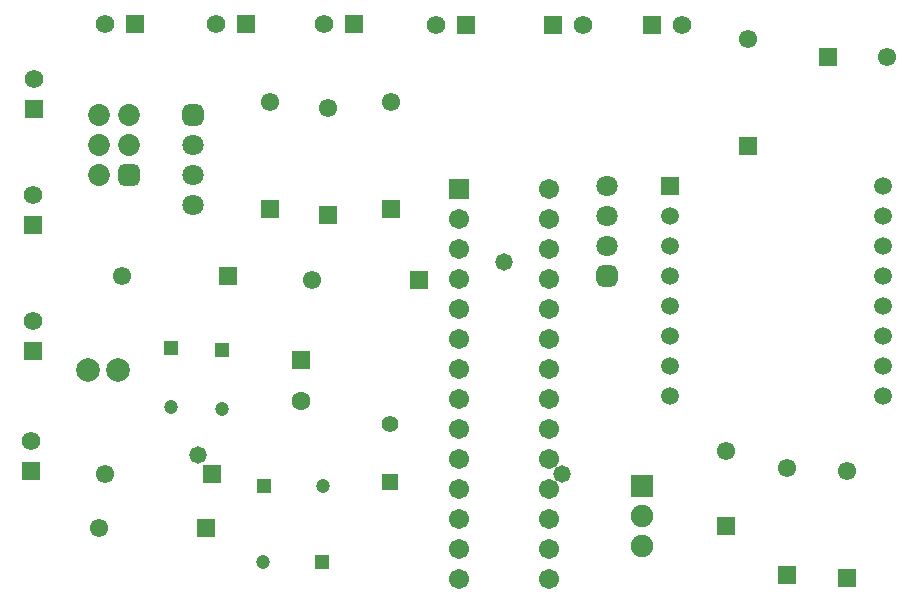
<source format=gbr>
G04*
G04 #@! TF.GenerationSoftware,Altium Limited,Altium Designer,24.10.1 (45)*
G04*
G04 Layer_Color=16711935*
%FSLAX25Y25*%
%MOIN*%
G70*
G04*
G04 #@! TF.SameCoordinates,82B40839-DE60-4B9F-80D9-4B01C0AB2508*
G04*
G04*
G04 #@! TF.FilePolarity,Negative*
G04*
G01*
G75*
%ADD17R,0.06115X0.06115*%
%ADD18C,0.06115*%
%ADD19R,0.05524X0.05524*%
%ADD20C,0.05524*%
%ADD21R,0.06312X0.06312*%
%ADD22C,0.06312*%
%ADD23C,0.04724*%
%ADD24R,0.04724X0.04724*%
%ADD25C,0.07874*%
%ADD26R,0.04724X0.04724*%
%ADD27C,0.07493*%
%ADD28R,0.07493X0.07493*%
%ADD29R,0.06115X0.06115*%
%ADD30C,0.06181*%
%ADD31R,0.06181X0.06181*%
%ADD32C,0.06102*%
%ADD33R,0.06102X0.06102*%
%ADD34R,0.06181X0.06181*%
%ADD35C,0.05950*%
%ADD36R,0.05950X0.05950*%
%ADD37C,0.07099*%
G04:AMPARAMS|DCode=38|XSize=70.99mil|YSize=70.99mil|CornerRadius=19.75mil|HoleSize=0mil|Usage=FLASHONLY|Rotation=270.000|XOffset=0mil|YOffset=0mil|HoleType=Round|Shape=RoundedRectangle|*
%AMROUNDEDRECTD38*
21,1,0.07099,0.03150,0,0,270.0*
21,1,0.03150,0.07099,0,0,270.0*
1,1,0.03950,-0.01575,-0.01575*
1,1,0.03950,-0.01575,0.01575*
1,1,0.03950,0.01575,0.01575*
1,1,0.03950,0.01575,-0.01575*
%
%ADD38ROUNDEDRECTD38*%
G04:AMPARAMS|DCode=39|XSize=72.96mil|YSize=72.96mil|CornerRadius=20.24mil|HoleSize=0mil|Usage=FLASHONLY|Rotation=90.000|XOffset=0mil|YOffset=0mil|HoleType=Round|Shape=RoundedRectangle|*
%AMROUNDEDRECTD39*
21,1,0.07296,0.03248,0,0,90.0*
21,1,0.03248,0.07296,0,0,90.0*
1,1,0.04048,0.01624,0.01624*
1,1,0.04048,0.01624,-0.01624*
1,1,0.04048,-0.01624,-0.01624*
1,1,0.04048,-0.01624,0.01624*
%
%ADD39ROUNDEDRECTD39*%
%ADD40C,0.07296*%
%ADD41C,0.06706*%
%ADD42R,0.06706X0.06706*%
%ADD43C,0.05800*%
D17*
X71217Y34000D02*
D03*
X78717Y118000D02*
D03*
X142217Y116500D02*
D03*
X73217Y52000D02*
D03*
D18*
X35783Y34000D02*
D03*
X43283Y118000D02*
D03*
X244500Y59598D02*
D03*
X265000Y53717D02*
D03*
X285000Y52717D02*
D03*
X252000Y196717D02*
D03*
X106783Y116500D02*
D03*
X112000Y173717D02*
D03*
X37783Y52000D02*
D03*
X133000Y175717D02*
D03*
X92500D02*
D03*
D19*
X132500Y49287D02*
D03*
D20*
Y68500D02*
D03*
D21*
X103000Y89890D02*
D03*
D22*
Y76110D02*
D03*
D23*
X76500Y73657D02*
D03*
X59500Y74157D02*
D03*
X110185Y48000D02*
D03*
X90157Y22500D02*
D03*
D24*
X76500Y93343D02*
D03*
X59500Y93843D02*
D03*
D25*
X32000Y86500D02*
D03*
X42000D02*
D03*
D26*
X90500Y48000D02*
D03*
X109843Y22500D02*
D03*
D27*
X216500Y28000D02*
D03*
Y38000D02*
D03*
D28*
Y48000D02*
D03*
D29*
X244500Y34402D02*
D03*
X265000Y18283D02*
D03*
X285000Y17283D02*
D03*
X252000Y161283D02*
D03*
X112000Y138283D02*
D03*
X133000Y140283D02*
D03*
X92500D02*
D03*
D30*
X14000Y183500D02*
D03*
X13500Y145000D02*
D03*
Y103000D02*
D03*
X13000Y63000D02*
D03*
X74500Y202000D02*
D03*
X37500D02*
D03*
X148000Y201500D02*
D03*
X230000D02*
D03*
X197000D02*
D03*
X110500Y202000D02*
D03*
D31*
X14000Y173500D02*
D03*
X13500Y135000D02*
D03*
Y93000D02*
D03*
X13000Y53000D02*
D03*
D32*
X298343Y191000D02*
D03*
D33*
X278657D02*
D03*
D34*
X84500Y202000D02*
D03*
X47500D02*
D03*
X158000Y201500D02*
D03*
X220000D02*
D03*
X187000D02*
D03*
X120500Y202000D02*
D03*
D35*
X226000Y118000D02*
D03*
Y108000D02*
D03*
X297000Y118000D02*
D03*
Y108000D02*
D03*
X226000Y98000D02*
D03*
Y128000D02*
D03*
X297000D02*
D03*
Y98000D02*
D03*
X226000Y138000D02*
D03*
X297000D02*
D03*
X226000Y88000D02*
D03*
X297000D02*
D03*
Y148000D02*
D03*
X226000Y78000D02*
D03*
X297000D02*
D03*
D36*
X226000Y148000D02*
D03*
D37*
X67000Y161500D02*
D03*
Y151500D02*
D03*
Y141500D02*
D03*
X205000Y128000D02*
D03*
Y138000D02*
D03*
Y148000D02*
D03*
D38*
X67000Y171500D02*
D03*
X205000Y118000D02*
D03*
D39*
X45500Y151500D02*
D03*
D40*
X35500D02*
D03*
X45500Y161500D02*
D03*
Y171500D02*
D03*
X35500Y161500D02*
D03*
Y171500D02*
D03*
D41*
X185500Y17000D02*
D03*
Y27000D02*
D03*
Y37000D02*
D03*
Y47000D02*
D03*
Y57000D02*
D03*
Y67000D02*
D03*
Y77000D02*
D03*
Y87000D02*
D03*
Y97000D02*
D03*
Y107000D02*
D03*
Y117000D02*
D03*
Y127000D02*
D03*
Y137000D02*
D03*
Y147000D02*
D03*
X155500Y17000D02*
D03*
Y27000D02*
D03*
Y37000D02*
D03*
Y47000D02*
D03*
Y57000D02*
D03*
Y67000D02*
D03*
Y77000D02*
D03*
Y87000D02*
D03*
Y97000D02*
D03*
Y107000D02*
D03*
Y117000D02*
D03*
Y127000D02*
D03*
Y137000D02*
D03*
D42*
Y147000D02*
D03*
D43*
X170500Y122500D02*
D03*
X68600Y58200D02*
D03*
X190000Y52000D02*
D03*
M02*

</source>
